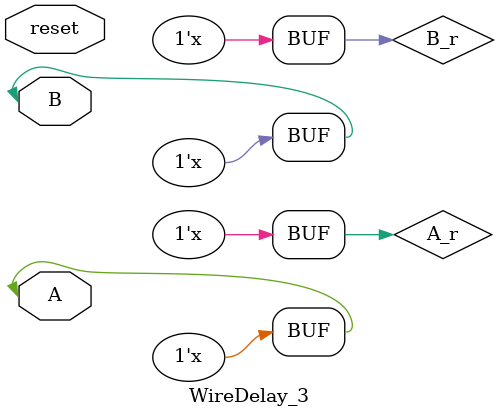
<source format=v>
module WireDelay_3 # (
  parameter Delay_g = 0,
  parameter Delay_rd = 0
)
(
  inout A,
  inout B,
  input reset
);  
  reg A_r;
  reg B_r;
  reg line_en;
  assign A = A_r;
  assign B = B_r;
  always @(*) begin
    if (!reset) begin
      A_r <= 1'bz;
      B_r <= 1'bz;
      line_en <= 1'b0;
    end else begin 
      if (line_en) begin
        A_r <= #Delay_rd B;
	B_r <= 1'bz;
      end else begin
        B_r <= #Delay_g A;
	A_r <= 1'bz;
      end
    end
  end
  always @(A or B) begin
    if (!reset) begin
      line_en <= 1'b0;
    end else if (A !== A_r) begin
      line_en <= 1'b0;
    end else if (B_r !== B) begin
      line_en <= 1'b1;
    end else begin
      line_en <= line_en;
    end
  end
endmodule
</source>
